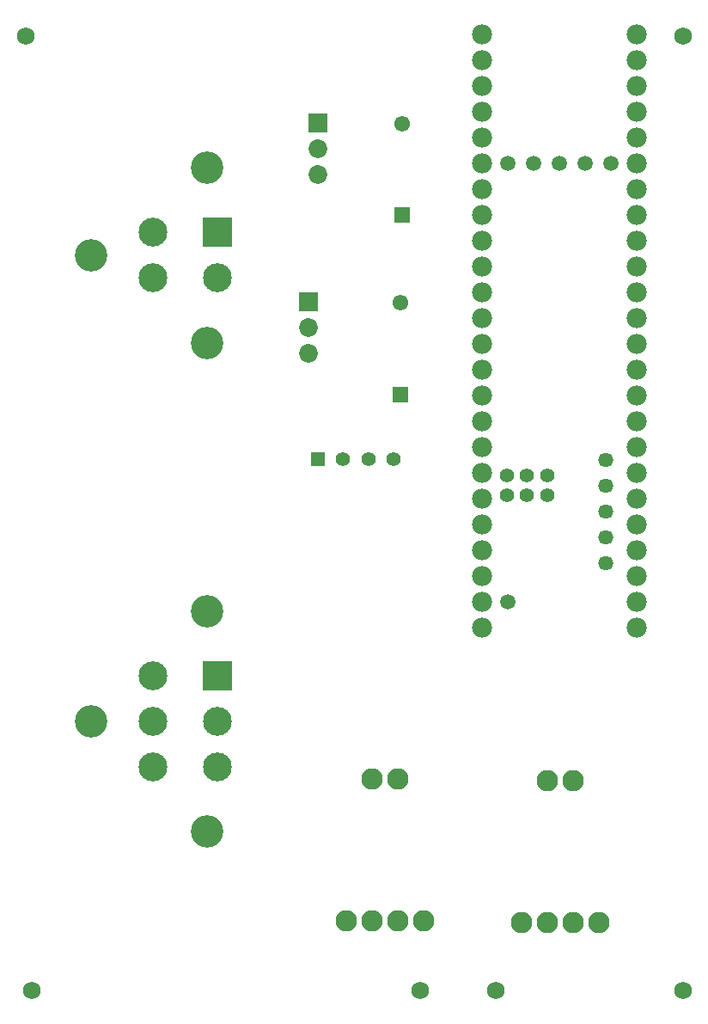
<source format=gbr>
%TF.GenerationSoftware,Altium Limited,Altium Designer,25.2.1 (25)*%
G04 Layer_Color=8388736*
%FSLAX45Y45*%
%MOMM*%
%TF.SameCoordinates,263333B9-CEA0-44AE-B74E-27EC067FB1C6*%
%TF.FilePolarity,Negative*%
%TF.FileFunction,Soldermask,Top*%
%TF.Part,Single*%
G01*
G75*
%TA.AperFunction,ComponentPad*%
%ADD15C,1.40000*%
%ADD16R,1.40000X1.40000*%
%ADD21C,1.85000*%
%ADD22R,1.85000X1.85000*%
%TA.AperFunction,ViaPad*%
%ADD32C,1.72720*%
%TA.AperFunction,ComponentPad*%
%ADD33C,3.19320*%
%ADD34C,2.84320*%
%ADD35R,2.84320X2.84320*%
%ADD36C,1.98120*%
%ADD37C,1.51120*%
%ADD38C,1.41120*%
%ADD39C,1.46120*%
%ADD40R,1.55320X1.55320*%
%ADD41C,1.55320*%
%ADD42C,2.10820*%
D15*
X4007200Y5613400D02*
D03*
X3757200D02*
D03*
X3507200D02*
D03*
D16*
X3257200D02*
D03*
D21*
X3168000Y6654800D02*
D03*
Y6908800D02*
D03*
X3263900Y8420100D02*
D03*
Y8674100D02*
D03*
D22*
X3168000Y7162800D02*
D03*
X3263900Y8928100D02*
D03*
D32*
X5016500Y381000D02*
D03*
X4267200D02*
D03*
X6858000Y9779000D02*
D03*
Y381000D02*
D03*
X444500D02*
D03*
X381000Y9779000D02*
D03*
D33*
X1028300Y3034800D02*
D03*
X2171300Y4121800D02*
D03*
Y1947800D02*
D03*
X1028300Y7626100D02*
D03*
X2171300Y8491100D02*
D03*
Y6761100D02*
D03*
D34*
X1638300Y3479800D02*
D03*
Y2589800D02*
D03*
X2273300Y3034800D02*
D03*
Y2589800D02*
D03*
X1638300Y3034800D02*
D03*
Y7848600D02*
D03*
Y7403600D02*
D03*
X2273300D02*
D03*
D35*
Y3479800D02*
D03*
Y7848600D02*
D03*
D36*
X6400300Y3960800D02*
D03*
Y4214800D02*
D03*
X4876300Y7516800D02*
D03*
X6400300Y4468800D02*
D03*
Y4722800D02*
D03*
Y4976800D02*
D03*
Y5230800D02*
D03*
Y5484800D02*
D03*
Y5738800D02*
D03*
Y5992800D02*
D03*
Y6246800D02*
D03*
Y6500800D02*
D03*
Y6754800D02*
D03*
Y7008800D02*
D03*
Y7262800D02*
D03*
Y7516800D02*
D03*
X4876300Y7262800D02*
D03*
Y7008800D02*
D03*
Y6754800D02*
D03*
Y6500800D02*
D03*
Y6246800D02*
D03*
Y5992800D02*
D03*
Y5738800D02*
D03*
Y5484800D02*
D03*
Y5230800D02*
D03*
Y4976800D02*
D03*
Y4722800D02*
D03*
Y4468800D02*
D03*
Y4214800D02*
D03*
Y3960800D02*
D03*
X6400300Y7770800D02*
D03*
Y8024800D02*
D03*
Y8278800D02*
D03*
Y8532800D02*
D03*
Y8786800D02*
D03*
Y9040800D02*
D03*
Y9294800D02*
D03*
Y9548800D02*
D03*
Y9802800D02*
D03*
X4876300D02*
D03*
Y9548800D02*
D03*
Y9294800D02*
D03*
Y9040800D02*
D03*
Y8786800D02*
D03*
Y8532800D02*
D03*
Y8278800D02*
D03*
Y8024800D02*
D03*
Y7770800D02*
D03*
D37*
X6146300Y8532800D02*
D03*
X5892300D02*
D03*
X5638300D02*
D03*
X5130300D02*
D03*
Y4214800D02*
D03*
X5384300Y8532800D02*
D03*
D38*
X5121300Y5457800D02*
D03*
Y5257800D02*
D03*
X5321300Y5457800D02*
D03*
X5521300D02*
D03*
X5321300Y5257800D02*
D03*
X5521300D02*
D03*
D39*
X6095300Y4595800D02*
D03*
Y4849800D02*
D03*
Y5103800D02*
D03*
Y5357800D02*
D03*
Y5611800D02*
D03*
D40*
X4076700Y6255600D02*
D03*
X4089400Y8020900D02*
D03*
D41*
X4076700Y7155600D02*
D03*
X4089400Y8920900D02*
D03*
D42*
X4051300Y2463800D02*
D03*
X3797300D02*
D03*
X3543300Y1066800D02*
D03*
X3797300D02*
D03*
X4051300D02*
D03*
X4305300D02*
D03*
X5778500Y2451100D02*
D03*
X5524500D02*
D03*
X5270500Y1054100D02*
D03*
X5524500D02*
D03*
X5778500D02*
D03*
X6032500D02*
D03*
%TF.MD5,799a78fb85322ab12523291f16750b2a*%
M02*

</source>
